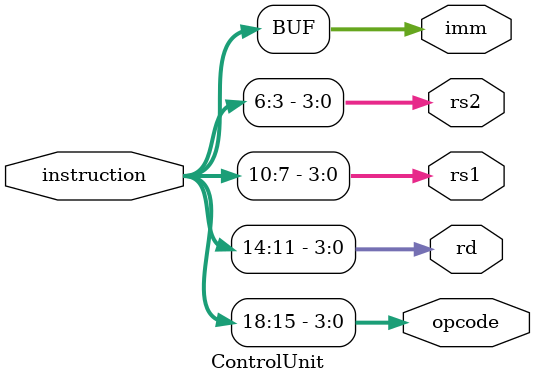
<source format=v>
module TopLevelCPU (
    input clk,
    input reset,
    output [18:0] pc,
    output [18:0] result
);
    wire [18:0] instruction;
    wire [18:0] read_data1, read_data2;
    wire [18:0] alu_result;
    wire [3:0] opcode, rd, rs1, rs2;
    wire [18:0] imm;
    CPU cpu (
        .clk(clk),
        .reset(reset),
        .instruction(instruction),
        .pc(pc),
        .result(result)
    );
    RegisterFile reg_file (
        .clk(clk),
        .read_reg1(rs1),
        .read_reg2(rs2),
        .write_reg(rd),
        .write_data(alu_result),
        .reg_write(1'b1),  // This should be controlled by control unit
        .read_data1(read_data1),
        .read_data2(read_data2)
    );
    ALU alu (
        .opcode(opcode),
        .a(read_data1),
        .b(read_data2),
        .result(alu_result)
    );
    MemoryInterface mem_if (
        .clk(clk),
        .address(pc),
        .write_data(alu_result),
        .mem_write(1'b0), 
        .mem_read(1'b1),
        .read_data(instruction)
    );
    ControlUnit control (
        .instruction(instruction),
        .opcode(opcode),
        .rd(rd),
        .rs1(rs1),
        .rs2(rs2),
        .imm(imm)
    );
endmodule
module CPU (
    input clk,
    input reset,
    input [18:0] instruction,
    output [18:0] pc,
    output [18:0] result
);
    reg [18:0] PC;
    reg [18:0] ALU_out;

    wire [3:0] opcode = instruction[18:15];
    wire [3:0] rd = instruction[14:11];
    wire [3:0] rs1 = instruction[10:7];
    wire [3:0] rs2 = instruction[6:3];
    wire [18:0] imm = instruction[18:0];

    always @(posedge clk or posedge reset) begin
        if (reset) begin
            PC <= 19'b0;
        end else begin
            case (opcode)
                4'b1111: PC <= imm; // JMP
                default: PC <= PC + 1;
            endcase
        end
    end

    always @(posedge clk) begin
        if (reset) begin
            ALU_out <= 19'b0;
        end else begin
            case (opcode)
                4'b0000: ALU_out <= ALU_out; // ADD
                4'b0001: ALU_out <= ALU_out; // SUB
                4'b0010: ALU_out <= ALU_out; // MUL
                4'b0011: ALU_out <= ALU_out; // DIV
                default: ALU_out <= ALU_out;
            endcase
        end
    end

    assign pc = PC;
    assign result = ALU_out;
endmodule

module ALU (
    input [3:0] opcode,
    input [18:0] a,
    input [18:0] b,
    output reg [18:0] result
);
    always @(*) begin
        case (opcode)
            4'b0000: result = a + b; // ADD
            4'b0001: result = a - b; // SUB
            4'b0010: result = a * b; // MUL
            4'b0011: result = a / b; // DIV
            4'b0100: result = a + 1; // INC
            4'b0101: result = a - 1; // DEC
            4'b0110: result = a & b; // AND
            4'b0111: result = a | b; // OR
            4'b1000: result = a ^ b; // XOR
            4'b1001: result = ~a;    // NOT
            default: result = 19'b0;
        endcase
    end
endmodule

module RegisterFile (
    input clk,
    input [3:0] read_reg1,
    input [3:0] read_reg2,
    input [3:0] write_reg,
    input [18:0] write_data,
    input reg_write,
    output [18:0] read_data1,
    output [18:0] read_data2
);
    reg [18:0] registers [15:0];

    always @(posedge clk) begin
        if (reg_write) begin
            registers[write_reg] <= write_data;
        end
    end

    assign read_data1 = registers[read_reg1];
    assign read_data2 = registers[read_reg2];
endmodule

module MemoryInterface (
    input clk,
    input [18:0] address,
    input [18:0] write_data,
    input mem_write,
    input mem_read,
    output [18:0] read_data
);
    reg [18:0] memory [0:524287]; // 2^19 

    always @(posedge clk) begin
        if (mem_write) begin
            memory[address] <= write_data;
        end
    end

    assign read_data = (mem_read) ? memory[address] : 19'b0;
endmodule

module ControlUnit (
    input [18:0] instruction,
    output reg [3:0] opcode,
    output reg [3:0] rd,
    output reg [3:0] rs1,
    output reg [3:0] rs2,
    output reg [18:0] imm
);
    always @(*) begin
        opcode = instruction[18:15];
        rd = instruction[14:11];
        rs1 = instruction[10:7];
        rs2 = instruction[6:3];
        imm = instruction;
    end
endmodule

</source>
